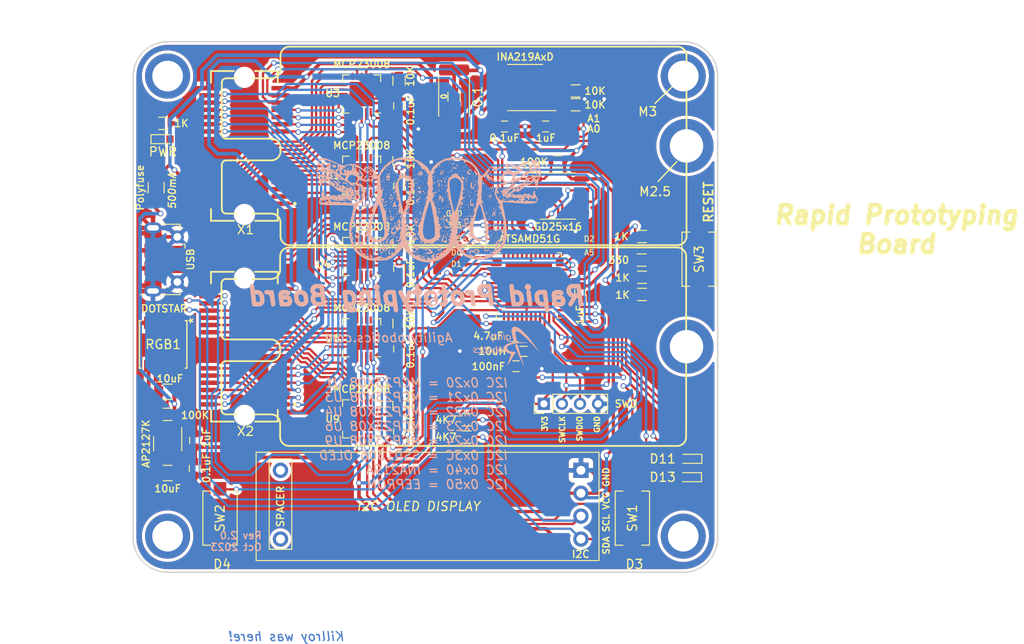
<source format=kicad_pcb>
(kicad_pcb (version 20211014) (generator pcbnew)

  (general
    (thickness 1.6)
  )

  (paper "A")
  (title_block
    (title "Beetje 32U4 Blok")
    (date "2018-08-10")
    (rev "0.0")
    (company "www.MakersBox.us")
    (comment 1 "648.ken@gmail.com")
  )

  (layers
    (0 "F.Cu" signal)
    (31 "B.Cu" signal)
    (32 "B.Adhes" user "B.Adhesive")
    (33 "F.Adhes" user "F.Adhesive")
    (34 "B.Paste" user)
    (35 "F.Paste" user)
    (36 "B.SilkS" user "B.Silkscreen")
    (37 "F.SilkS" user "F.Silkscreen")
    (38 "B.Mask" user)
    (39 "F.Mask" user)
    (40 "Dwgs.User" user "User.Drawings")
    (41 "Cmts.User" user "User.Comments")
    (42 "Eco1.User" user "User.Eco1")
    (43 "Eco2.User" user "User.Eco2")
    (44 "Edge.Cuts" user)
    (45 "Margin" user)
    (46 "B.CrtYd" user "B.Courtyard")
    (47 "F.CrtYd" user "F.Courtyard")
    (48 "B.Fab" user)
    (49 "F.Fab" user)
  )

  (setup
    (pad_to_mask_clearance 0)
    (pcbplotparams
      (layerselection 0x00010f0_ffffffff)
      (disableapertmacros false)
      (usegerberextensions true)
      (usegerberattributes true)
      (usegerberadvancedattributes true)
      (creategerberjobfile false)
      (svguseinch false)
      (svgprecision 6)
      (excludeedgelayer true)
      (plotframeref false)
      (viasonmask false)
      (mode 1)
      (useauxorigin false)
      (hpglpennumber 1)
      (hpglpenspeed 20)
      (hpglpendiameter 15.000000)
      (dxfpolygonmode true)
      (dxfimperialunits true)
      (dxfusepcbnewfont true)
      (psnegative false)
      (psa4output false)
      (plotreference true)
      (plotvalue true)
      (plotinvisibletext false)
      (sketchpadsonfab false)
      (subtractmaskfromsilk false)
      (outputformat 1)
      (mirror false)
      (drillshape 0)
      (scaleselection 1)
      (outputdirectory "gerbers/")
    )
  )

  (net 0 "")
  (net 1 "GND")
  (net 2 "/D4")
  (net 3 "Net-(C6-Pad2)")
  (net 4 "/D13")
  (net 5 "/D12")
  (net 6 "/D10")
  (net 7 "/D9")
  (net 8 "/D7")
  (net 9 "/A0")
  (net 10 "/A3")
  (net 11 "/A5")
  (net 12 "/SCK")
  (net 13 "/MOSI")
  (net 14 "/MISO")
  (net 15 "/D5")
  (net 16 "Net-(C11-Pad2)")
  (net 17 "/~{RESET}")
  (net 18 "/D+")
  (net 19 "/D-")
  (net 20 "Net-(D2-Pad1)")
  (net 21 "+3V3")
  (net 22 "VBUS")
  (net 23 "Net-(R2-Pad1)")
  (net 24 "/D2")
  (net 25 "unconnected-(J1-Pad4)")
  (net 26 "/SCL")
  (net 27 "/SDA")
  (net 28 "unconnected-(P1-Pad1)")
  (net 29 "/D11")
  (net 30 "/A1")
  (net 31 "/A2")
  (net 32 "/A4")
  (net 33 "unconnected-(P2-Pad1)")
  (net 34 "unconnected-(P3-Pad1)")
  (net 35 "unconnected-(P4-Pad1)")
  (net 36 "unconnected-(P5-Pad1)")
  (net 37 "unconnected-(P6-Pad1)")
  (net 38 "Net-(R1-Pad1)")
  (net 39 "Net-(R4-Pad1)")
  (net 40 "Net-(R10-Pad1)")
  (net 41 "Net-(R12-Pad1)")
  (net 42 "/AREF")
  (net 43 "+5V")
  (net 44 "Net-(R15-Pad1)")
  (net 45 "/SWCLK")
  (net 46 "/DOTSTAR_CLK")
  (net 47 "/DOTSTAR_DATA")
  (net 48 "unconnected-(RGB1-Pad5)")
  (net 49 "/01")
  (net 50 "/02")
  (net 51 "/03")
  (net 52 "/04")
  (net 53 "/05")
  (net 54 "/06")
  (net 55 "/07")
  (net 56 "/08")
  (net 57 "/09")
  (net 58 "/10")
  (net 59 "/11")
  (net 60 "/12")
  (net 61 "/13")
  (net 62 "/14")
  (net 63 "/15")
  (net 64 "/16")
  (net 65 "/24")
  (net 66 "/23")
  (net 67 "/22")
  (net 68 "/21")
  (net 69 "/20")
  (net 70 "/19")
  (net 71 "/18")
  (net 72 "/17")
  (net 73 "unconnected-(RGB1-Pad6)")
  (net 74 "/D3")
  (net 75 "unconnected-(U1-Pad5)")
  (net 76 "unconnected-(U1-Pad6)")
  (net 77 "unconnected-(U1-Pad8)")
  (net 78 "unconnected-(U2-Pad4)")
  (net 79 "/25")
  (net 80 "/26")
  (net 81 "/27")
  (net 82 "/28")
  (net 83 "/29")
  (net 84 "/30")
  (net 85 "/31")
  (net 86 "/32")
  (net 87 "/40")
  (net 88 "/39")
  (net 89 "/38")
  (net 90 "/37")
  (net 91 "/36")
  (net 92 "/35")
  (net 93 "/34")
  (net 94 "/33")
  (net 95 "unconnected-(U3-Pad5)")
  (net 96 "unconnected-(U3-Pad6)")
  (net 97 "unconnected-(U3-Pad8)")
  (net 98 "unconnected-(U4-Pad5)")
  (net 99 "unconnected-(U4-Pad6)")
  (net 100 "unconnected-(U4-Pad8)")
  (net 101 "unconnected-(U5-Pad39)")
  (net 102 "Net-(L1-Pad2)")
  (net 103 "unconnected-(U9-Pad5)")
  (net 104 "unconnected-(U6-Pad5)")
  (net 105 "unconnected-(U6-Pad6)")
  (net 106 "unconnected-(U6-Pad8)")
  (net 107 "/QSPI_CS")
  (net 108 "/QSPI_DATA_0")
  (net 109 "/QSPI_SCK")
  (net 110 "/QSPI_DATA_1")
  (net 111 "/QSPI_DATA_2")
  (net 112 "/QSPI_DATA_3")
  (net 113 "/RX_D0")
  (net 114 "/TX_D1")
  (net 115 "unconnected-(U9-Pad6)")
  (net 116 "unconnected-(U9-Pad8)")
  (net 117 "/SWDIO")
  (net 118 "Net-(R9-Pad2)")
  (net 119 "Net-(D11-Pad1)")
  (net 120 "Net-(D13-Pad1)")
  (net 121 "unconnected-(J4-Pad1)")
  (net 122 "unconnected-(J4-Pad2)")
  (net 123 "Net-(U7-Pad1)")
  (net 124 "Net-(U7-Pad2)")

  (footprint "footprints:LED_0603" (layer "F.Cu") (at 109.95 87))

  (footprint "footprints:LED_0603" (layer "F.Cu") (at 168.364 124.46 180))

  (footprint "footprints:USB_Micro-B_Molex-105017-0001" (layer "F.Cu") (at 109.22 100.33 -90))

  (footprint "footprints:M3mount" (layer "F.Cu") (at 110.49 80.01))

  (footprint "footprints:M25standoff" (layer "F.Cu") (at 168 87.75))

  (footprint "footprints:LED_0603" (layer "F.Cu") (at 168.402 122.428 180))

  (footprint "footprints:M3mount" (layer "F.Cu") (at 167.64 80.01))

  (footprint "footprints:M3mount" (layer "F.Cu") (at 167.64 131))

  (footprint "footprints:M25standoff" (layer "F.Cu") (at 168 110))

  (footprint "footprints:R_0603" (layer "F.Cu") (at 110 85.25))

  (footprint "footprints:R_0603" (layer "F.Cu") (at 163.068 104.21 180))

  (footprint "footprints:R_0603" (layer "F.Cu") (at 163.068 102.305 180))

  (footprint "footprints:R_0805_HandSoldering" (layer "F.Cu") (at 109.22 92.376 -90))

  (footprint "footprints:SAMTEC_MEC8-113-TOP-BOTTOM" (layer "F.Cu") (at 119 110 90))

  (footprint "footprints:R_0603" (layer "F.Cu") (at 143.625 120.015 180))

  (footprint "footprints:MEC8-113-CARD_2outline" (layer "F.Cu") (at 116.459 120 90))

  (footprint "footprints:QFN-20-1EP_4x4mm_P0.5mm_EP2.7x2.7mm" (layer "F.Cu") (at 132 118 180))

  (footprint "footprints:QFN-20-1EP_4x4mm_P0.5mm_EP2.7x2.7mm" (layer "F.Cu") (at 132 82 180))

  (footprint "footprints:QFN-20-1EP_4x4mm_P0.5mm_EP2.7x2.7mm" (layer "F.Cu") (at 132 100 180))

  (footprint "footprints:QFN-20-1EP_4x4mm_P0.5mm_EP2.7x2.7mm" (layer "F.Cu") (at 132 109 180))

  (footprint "footprints:QFN-20-1EP_4x4mm_P0.5mm_EP2.7x2.7mm" (layer "F.Cu") (at 132 91 180))

  (footprint "footprints:SAMTEC_MEC8-113-TOP-BOTTOM" (layer "F.Cu") (at 119 87.75 90))

  (footprint "footprints:MEC8-113-CARD_2outline" (layer "F.Cu") (at 116.5 97.75 90))

  (footprint "footprints:SW_TS10-63-26-BE-250-SMT-TR" (layer "F.Cu") (at 169.4 100.3 90))

  (footprint "footprints:R_0603" (layer "F.Cu") (at 143.625 118.11 180))

  (footprint "footprints:M3mount" (layer "F.Cu") (at 110.49 131))

  (footprint "footprints:SW_TS10-63-26-BE-250-SMT-TR" (layer "F.Cu") (at 116.3 129 -90))

  (footprint "footprints:I2C_OLED_DISP" (layer "F.Cu") (at 156.3 123.7))

  (footprint "footprints:SW_TS10-63-26-BE-250-SMT-TR" (layer "F.Cu") (at 162 129 -90))

  (footprint "footprints:TestPoint_Pad_D0.6mm" (layer "F.Cu") (at 143.51 100.838))

  (footprint "footprints:C_0603" (layer "F.Cu") (at 136.144 92.214 90))

  (footprint "footprints:TestPoint_Pad_D0.6mm" (layer "F.Cu") (at 156.21 98.044))

  (footprint "footprints:R_0603" (layer "F.Cu") (at 142.24 82.284 90))

  (footprint "footprints:R_0603" (layer "F.Cu") (at 155.714 83.185 180))

  (footprint "footprints:PinHeader_1x04_P2.00mm_Vertical" (layer "F.Cu") (at 152.194 116.332 90))

  (footprint "footprints:R_0603" (layer "F.Cu") (at 110.5 117.5))

  (footprint "footprints:C_0603" (layer "F.Cu") (at 136.144 101.358 90))

  (footprint "footprints:C_0603" (layer "F.Cu") (at 152.388 85.598 180))

  (footprint "footprints:C_0603" (layer "F.Cu") (at 149.098 112.1664))

  (footprint "footprints:L_0805_2012Metric" (layer "F.Cu") (at 149.9405 110.5154))

  (footprint "footprints:TestPoint_Pad_D0.6mm" (layer "F.Cu") (at 143.51 98.044))

  (footprint "footprints:R_0603" (layer "F.Cu") (at 163.08 97.79))

  (footprint "footprints:SOT-23-5" (layer "F.Cu") (at 110.5 120.75 -90))

  (footprint "footprints:TestPoint_Pad_D0.6mm" (layer "F.Cu") (at 143.51 96.52))

  (footprint "footprints:R_0603" (layer "F.Cu") (at 136.144 89.408 -90))

  (footprint "footprints:C_0603" (layer "F.Cu") (at 136.144 110.248 90))

  (footprint "footprints:C_0603" (layer "F.Cu") (at 148.987 108.839 180))

  (footprint "footprints:C_0805" (layer "F.Cu") (at 110.5 124 180))

  (footprint "footprints:TestPoint_Pad_D0.6mm" (layer "F.Cu") (at 143.51 99.568))

  (footprint "footprints:1x4spacer" (layer "F.Cu") (at 123 123.7))

  (footprint "footprints:SOP-8_3.9x4.9mm_P1.27mm" (layer "F.Cu") (at 153.7558 93.3064))

  (footprint "footprints:C_0603" (layer "F.Cu") (at 113.538 120.384 -90))

  (footprint "footprints:SOIC-8_3.9x4.9mm_P1.27mm" (layer "F.Cu") (at 150.114 81.28 180))

  (footprint "footprints:C_0603" (layer "F.Cu") (at 136.144 83.324 90))

  (footprint "footprints:TestPoint_Pad_D0.6mm" (layer "F.Cu")
    (tedit 5A0F774F) (tstamp 845068f7-e999-4cc2-9c4f-19f50c47cf5b)
    (at 143.51 95.25)
    (descr "SMD pad as test Point, diameter 1.0mm")
    (tags "test point SMD pad")
    (property "Sheetfile" "project.kicad_sch")
    (property "Sheetname" "")
    (path "/39a41be5-9e4a-43c0-876a-a8445a82bfe4")
    (attr exclude_from_pos_files)
    (fp_text reference "TP7" (at 0 -1.448) (layer "User.1") hide
      (effects (font (size 0
... [1540442 chars truncated]
</source>
